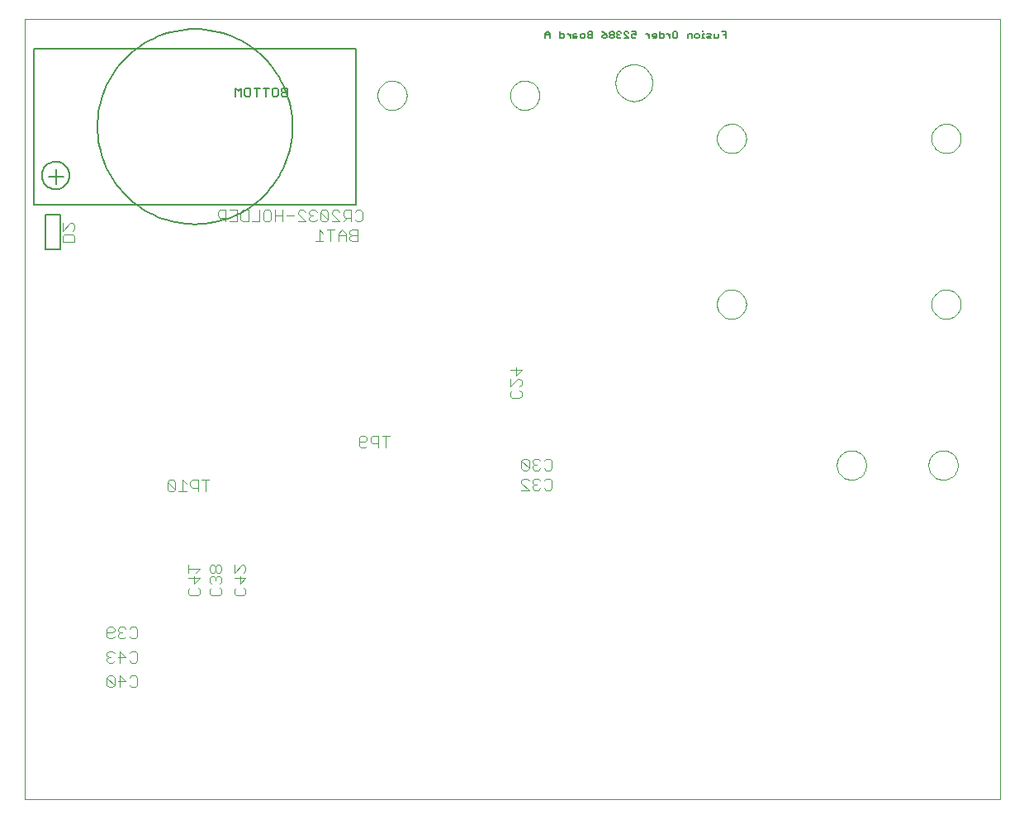
<source format=gbo>
G75*
G70*
%OFA0B0*%
%FSLAX24Y24*%
%IPPOS*%
%LPD*%
%AMOC8*
5,1,8,0,0,1.08239X$1,22.5*
%
%ADD10C,0.0000*%
%ADD11C,0.0050*%
%ADD12C,0.0080*%
%ADD13C,0.0040*%
D10*
X002964Y004456D02*
X002964Y035952D01*
X042334Y035952D01*
X042334Y004456D01*
X002964Y004456D01*
X030916Y024452D02*
X030918Y024500D01*
X030924Y024548D01*
X030934Y024595D01*
X030947Y024641D01*
X030965Y024686D01*
X030985Y024730D01*
X031010Y024772D01*
X031038Y024811D01*
X031068Y024848D01*
X031102Y024882D01*
X031139Y024914D01*
X031177Y024943D01*
X031218Y024968D01*
X031261Y024990D01*
X031306Y025008D01*
X031352Y025022D01*
X031399Y025033D01*
X031447Y025040D01*
X031495Y025043D01*
X031543Y025042D01*
X031591Y025037D01*
X031639Y025028D01*
X031685Y025016D01*
X031730Y024999D01*
X031774Y024979D01*
X031816Y024956D01*
X031856Y024929D01*
X031894Y024899D01*
X031929Y024866D01*
X031961Y024830D01*
X031991Y024792D01*
X032017Y024751D01*
X032039Y024708D01*
X032059Y024664D01*
X032074Y024619D01*
X032086Y024572D01*
X032094Y024524D01*
X032098Y024476D01*
X032098Y024428D01*
X032094Y024380D01*
X032086Y024332D01*
X032074Y024285D01*
X032059Y024240D01*
X032039Y024196D01*
X032017Y024153D01*
X031991Y024112D01*
X031961Y024074D01*
X031929Y024038D01*
X031894Y024005D01*
X031856Y023975D01*
X031816Y023948D01*
X031774Y023925D01*
X031730Y023905D01*
X031685Y023888D01*
X031639Y023876D01*
X031591Y023867D01*
X031543Y023862D01*
X031495Y023861D01*
X031447Y023864D01*
X031399Y023871D01*
X031352Y023882D01*
X031306Y023896D01*
X031261Y023914D01*
X031218Y023936D01*
X031177Y023961D01*
X031139Y023990D01*
X031102Y024022D01*
X031068Y024056D01*
X031038Y024093D01*
X031010Y024132D01*
X030985Y024174D01*
X030965Y024218D01*
X030947Y024263D01*
X030934Y024309D01*
X030924Y024356D01*
X030918Y024404D01*
X030916Y024452D01*
X030916Y031145D02*
X030918Y031193D01*
X030924Y031241D01*
X030934Y031288D01*
X030947Y031334D01*
X030965Y031379D01*
X030985Y031423D01*
X031010Y031465D01*
X031038Y031504D01*
X031068Y031541D01*
X031102Y031575D01*
X031139Y031607D01*
X031177Y031636D01*
X031218Y031661D01*
X031261Y031683D01*
X031306Y031701D01*
X031352Y031715D01*
X031399Y031726D01*
X031447Y031733D01*
X031495Y031736D01*
X031543Y031735D01*
X031591Y031730D01*
X031639Y031721D01*
X031685Y031709D01*
X031730Y031692D01*
X031774Y031672D01*
X031816Y031649D01*
X031856Y031622D01*
X031894Y031592D01*
X031929Y031559D01*
X031961Y031523D01*
X031991Y031485D01*
X032017Y031444D01*
X032039Y031401D01*
X032059Y031357D01*
X032074Y031312D01*
X032086Y031265D01*
X032094Y031217D01*
X032098Y031169D01*
X032098Y031121D01*
X032094Y031073D01*
X032086Y031025D01*
X032074Y030978D01*
X032059Y030933D01*
X032039Y030889D01*
X032017Y030846D01*
X031991Y030805D01*
X031961Y030767D01*
X031929Y030731D01*
X031894Y030698D01*
X031856Y030668D01*
X031816Y030641D01*
X031774Y030618D01*
X031730Y030598D01*
X031685Y030581D01*
X031639Y030569D01*
X031591Y030560D01*
X031543Y030555D01*
X031495Y030554D01*
X031447Y030557D01*
X031399Y030564D01*
X031352Y030575D01*
X031306Y030589D01*
X031261Y030607D01*
X031218Y030629D01*
X031177Y030654D01*
X031139Y030683D01*
X031102Y030715D01*
X031068Y030749D01*
X031038Y030786D01*
X031010Y030825D01*
X030985Y030867D01*
X030965Y030911D01*
X030947Y030956D01*
X030934Y031002D01*
X030924Y031049D01*
X030918Y031097D01*
X030916Y031145D01*
X026826Y033393D02*
X026828Y033447D01*
X026834Y033501D01*
X026844Y033555D01*
X026858Y033607D01*
X026875Y033659D01*
X026896Y033709D01*
X026921Y033757D01*
X026950Y033804D01*
X026981Y033848D01*
X027016Y033889D01*
X027054Y033929D01*
X027094Y033965D01*
X027137Y033998D01*
X027182Y034028D01*
X027230Y034055D01*
X027279Y034078D01*
X027330Y034097D01*
X027382Y034113D01*
X027435Y034125D01*
X027489Y034133D01*
X027543Y034137D01*
X027597Y034137D01*
X027651Y034133D01*
X027705Y034125D01*
X027758Y034113D01*
X027810Y034097D01*
X027861Y034078D01*
X027910Y034055D01*
X027958Y034028D01*
X028003Y033998D01*
X028046Y033965D01*
X028086Y033929D01*
X028124Y033889D01*
X028159Y033848D01*
X028190Y033804D01*
X028219Y033757D01*
X028244Y033709D01*
X028265Y033659D01*
X028282Y033607D01*
X028296Y033555D01*
X028306Y033501D01*
X028312Y033447D01*
X028314Y033393D01*
X028312Y033339D01*
X028306Y033285D01*
X028296Y033231D01*
X028282Y033179D01*
X028265Y033127D01*
X028244Y033077D01*
X028219Y033029D01*
X028190Y032982D01*
X028159Y032938D01*
X028124Y032897D01*
X028086Y032857D01*
X028046Y032821D01*
X028003Y032788D01*
X027958Y032758D01*
X027910Y032731D01*
X027861Y032708D01*
X027810Y032689D01*
X027758Y032673D01*
X027705Y032661D01*
X027651Y032653D01*
X027597Y032649D01*
X027543Y032649D01*
X027489Y032653D01*
X027435Y032661D01*
X027382Y032673D01*
X027330Y032689D01*
X027279Y032708D01*
X027230Y032731D01*
X027182Y032758D01*
X027137Y032788D01*
X027094Y032821D01*
X027054Y032857D01*
X027016Y032897D01*
X026981Y032938D01*
X026950Y032982D01*
X026921Y033029D01*
X026896Y033077D01*
X026875Y033127D01*
X026858Y033179D01*
X026844Y033231D01*
X026834Y033285D01*
X026828Y033339D01*
X026826Y033393D01*
X022569Y032885D02*
X022571Y032933D01*
X022577Y032981D01*
X022587Y033028D01*
X022600Y033074D01*
X022618Y033119D01*
X022638Y033163D01*
X022663Y033205D01*
X022691Y033244D01*
X022721Y033281D01*
X022755Y033315D01*
X022792Y033347D01*
X022830Y033376D01*
X022871Y033401D01*
X022914Y033423D01*
X022959Y033441D01*
X023005Y033455D01*
X023052Y033466D01*
X023100Y033473D01*
X023148Y033476D01*
X023196Y033475D01*
X023244Y033470D01*
X023292Y033461D01*
X023338Y033449D01*
X023383Y033432D01*
X023427Y033412D01*
X023469Y033389D01*
X023509Y033362D01*
X023547Y033332D01*
X023582Y033299D01*
X023614Y033263D01*
X023644Y033225D01*
X023670Y033184D01*
X023692Y033141D01*
X023712Y033097D01*
X023727Y033052D01*
X023739Y033005D01*
X023747Y032957D01*
X023751Y032909D01*
X023751Y032861D01*
X023747Y032813D01*
X023739Y032765D01*
X023727Y032718D01*
X023712Y032673D01*
X023692Y032629D01*
X023670Y032586D01*
X023644Y032545D01*
X023614Y032507D01*
X023582Y032471D01*
X023547Y032438D01*
X023509Y032408D01*
X023469Y032381D01*
X023427Y032358D01*
X023383Y032338D01*
X023338Y032321D01*
X023292Y032309D01*
X023244Y032300D01*
X023196Y032295D01*
X023148Y032294D01*
X023100Y032297D01*
X023052Y032304D01*
X023005Y032315D01*
X022959Y032329D01*
X022914Y032347D01*
X022871Y032369D01*
X022830Y032394D01*
X022792Y032423D01*
X022755Y032455D01*
X022721Y032489D01*
X022691Y032526D01*
X022663Y032565D01*
X022638Y032607D01*
X022618Y032651D01*
X022600Y032696D01*
X022587Y032742D01*
X022577Y032789D01*
X022571Y032837D01*
X022569Y032885D01*
X017215Y032885D02*
X017217Y032933D01*
X017223Y032981D01*
X017233Y033028D01*
X017246Y033074D01*
X017264Y033119D01*
X017284Y033163D01*
X017309Y033205D01*
X017337Y033244D01*
X017367Y033281D01*
X017401Y033315D01*
X017438Y033347D01*
X017476Y033376D01*
X017517Y033401D01*
X017560Y033423D01*
X017605Y033441D01*
X017651Y033455D01*
X017698Y033466D01*
X017746Y033473D01*
X017794Y033476D01*
X017842Y033475D01*
X017890Y033470D01*
X017938Y033461D01*
X017984Y033449D01*
X018029Y033432D01*
X018073Y033412D01*
X018115Y033389D01*
X018155Y033362D01*
X018193Y033332D01*
X018228Y033299D01*
X018260Y033263D01*
X018290Y033225D01*
X018316Y033184D01*
X018338Y033141D01*
X018358Y033097D01*
X018373Y033052D01*
X018385Y033005D01*
X018393Y032957D01*
X018397Y032909D01*
X018397Y032861D01*
X018393Y032813D01*
X018385Y032765D01*
X018373Y032718D01*
X018358Y032673D01*
X018338Y032629D01*
X018316Y032586D01*
X018290Y032545D01*
X018260Y032507D01*
X018228Y032471D01*
X018193Y032438D01*
X018155Y032408D01*
X018115Y032381D01*
X018073Y032358D01*
X018029Y032338D01*
X017984Y032321D01*
X017938Y032309D01*
X017890Y032300D01*
X017842Y032295D01*
X017794Y032294D01*
X017746Y032297D01*
X017698Y032304D01*
X017651Y032315D01*
X017605Y032329D01*
X017560Y032347D01*
X017517Y032369D01*
X017476Y032394D01*
X017438Y032423D01*
X017401Y032455D01*
X017367Y032489D01*
X017337Y032526D01*
X017309Y032565D01*
X017284Y032607D01*
X017264Y032651D01*
X017246Y032696D01*
X017233Y032742D01*
X017223Y032789D01*
X017217Y032837D01*
X017215Y032885D01*
X035758Y017956D02*
X035760Y018004D01*
X035766Y018052D01*
X035776Y018099D01*
X035789Y018145D01*
X035807Y018190D01*
X035827Y018234D01*
X035852Y018276D01*
X035880Y018315D01*
X035910Y018352D01*
X035944Y018386D01*
X035981Y018418D01*
X036019Y018447D01*
X036060Y018472D01*
X036103Y018494D01*
X036148Y018512D01*
X036194Y018526D01*
X036241Y018537D01*
X036289Y018544D01*
X036337Y018547D01*
X036385Y018546D01*
X036433Y018541D01*
X036481Y018532D01*
X036527Y018520D01*
X036572Y018503D01*
X036616Y018483D01*
X036658Y018460D01*
X036698Y018433D01*
X036736Y018403D01*
X036771Y018370D01*
X036803Y018334D01*
X036833Y018296D01*
X036859Y018255D01*
X036881Y018212D01*
X036901Y018168D01*
X036916Y018123D01*
X036928Y018076D01*
X036936Y018028D01*
X036940Y017980D01*
X036940Y017932D01*
X036936Y017884D01*
X036928Y017836D01*
X036916Y017789D01*
X036901Y017744D01*
X036881Y017700D01*
X036859Y017657D01*
X036833Y017616D01*
X036803Y017578D01*
X036771Y017542D01*
X036736Y017509D01*
X036698Y017479D01*
X036658Y017452D01*
X036616Y017429D01*
X036572Y017409D01*
X036527Y017392D01*
X036481Y017380D01*
X036433Y017371D01*
X036385Y017366D01*
X036337Y017365D01*
X036289Y017368D01*
X036241Y017375D01*
X036194Y017386D01*
X036148Y017400D01*
X036103Y017418D01*
X036060Y017440D01*
X036019Y017465D01*
X035981Y017494D01*
X035944Y017526D01*
X035910Y017560D01*
X035880Y017597D01*
X035852Y017636D01*
X035827Y017678D01*
X035807Y017722D01*
X035789Y017767D01*
X035776Y017813D01*
X035766Y017860D01*
X035760Y017908D01*
X035758Y017956D01*
X039459Y017956D02*
X039461Y018004D01*
X039467Y018052D01*
X039477Y018099D01*
X039490Y018145D01*
X039508Y018190D01*
X039528Y018234D01*
X039553Y018276D01*
X039581Y018315D01*
X039611Y018352D01*
X039645Y018386D01*
X039682Y018418D01*
X039720Y018447D01*
X039761Y018472D01*
X039804Y018494D01*
X039849Y018512D01*
X039895Y018526D01*
X039942Y018537D01*
X039990Y018544D01*
X040038Y018547D01*
X040086Y018546D01*
X040134Y018541D01*
X040182Y018532D01*
X040228Y018520D01*
X040273Y018503D01*
X040317Y018483D01*
X040359Y018460D01*
X040399Y018433D01*
X040437Y018403D01*
X040472Y018370D01*
X040504Y018334D01*
X040534Y018296D01*
X040560Y018255D01*
X040582Y018212D01*
X040602Y018168D01*
X040617Y018123D01*
X040629Y018076D01*
X040637Y018028D01*
X040641Y017980D01*
X040641Y017932D01*
X040637Y017884D01*
X040629Y017836D01*
X040617Y017789D01*
X040602Y017744D01*
X040582Y017700D01*
X040560Y017657D01*
X040534Y017616D01*
X040504Y017578D01*
X040472Y017542D01*
X040437Y017509D01*
X040399Y017479D01*
X040359Y017452D01*
X040317Y017429D01*
X040273Y017409D01*
X040228Y017392D01*
X040182Y017380D01*
X040134Y017371D01*
X040086Y017366D01*
X040038Y017365D01*
X039990Y017368D01*
X039942Y017375D01*
X039895Y017386D01*
X039849Y017400D01*
X039804Y017418D01*
X039761Y017440D01*
X039720Y017465D01*
X039682Y017494D01*
X039645Y017526D01*
X039611Y017560D01*
X039581Y017597D01*
X039553Y017636D01*
X039528Y017678D01*
X039508Y017722D01*
X039490Y017767D01*
X039477Y017813D01*
X039467Y017860D01*
X039461Y017908D01*
X039459Y017956D01*
X039577Y024452D02*
X039579Y024500D01*
X039585Y024548D01*
X039595Y024595D01*
X039608Y024641D01*
X039626Y024686D01*
X039646Y024730D01*
X039671Y024772D01*
X039699Y024811D01*
X039729Y024848D01*
X039763Y024882D01*
X039800Y024914D01*
X039838Y024943D01*
X039879Y024968D01*
X039922Y024990D01*
X039967Y025008D01*
X040013Y025022D01*
X040060Y025033D01*
X040108Y025040D01*
X040156Y025043D01*
X040204Y025042D01*
X040252Y025037D01*
X040300Y025028D01*
X040346Y025016D01*
X040391Y024999D01*
X040435Y024979D01*
X040477Y024956D01*
X040517Y024929D01*
X040555Y024899D01*
X040590Y024866D01*
X040622Y024830D01*
X040652Y024792D01*
X040678Y024751D01*
X040700Y024708D01*
X040720Y024664D01*
X040735Y024619D01*
X040747Y024572D01*
X040755Y024524D01*
X040759Y024476D01*
X040759Y024428D01*
X040755Y024380D01*
X040747Y024332D01*
X040735Y024285D01*
X040720Y024240D01*
X040700Y024196D01*
X040678Y024153D01*
X040652Y024112D01*
X040622Y024074D01*
X040590Y024038D01*
X040555Y024005D01*
X040517Y023975D01*
X040477Y023948D01*
X040435Y023925D01*
X040391Y023905D01*
X040346Y023888D01*
X040300Y023876D01*
X040252Y023867D01*
X040204Y023862D01*
X040156Y023861D01*
X040108Y023864D01*
X040060Y023871D01*
X040013Y023882D01*
X039967Y023896D01*
X039922Y023914D01*
X039879Y023936D01*
X039838Y023961D01*
X039800Y023990D01*
X039763Y024022D01*
X039729Y024056D01*
X039699Y024093D01*
X039671Y024132D01*
X039646Y024174D01*
X039626Y024218D01*
X039608Y024263D01*
X039595Y024309D01*
X039585Y024356D01*
X039579Y024404D01*
X039577Y024452D01*
X039577Y031145D02*
X039579Y031193D01*
X039585Y031241D01*
X039595Y031288D01*
X039608Y031334D01*
X039626Y031379D01*
X039646Y031423D01*
X039671Y031465D01*
X039699Y031504D01*
X039729Y031541D01*
X039763Y031575D01*
X039800Y031607D01*
X039838Y031636D01*
X039879Y031661D01*
X039922Y031683D01*
X039967Y031701D01*
X040013Y031715D01*
X040060Y031726D01*
X040108Y031733D01*
X040156Y031736D01*
X040204Y031735D01*
X040252Y031730D01*
X040300Y031721D01*
X040346Y031709D01*
X040391Y031692D01*
X040435Y031672D01*
X040477Y031649D01*
X040517Y031622D01*
X040555Y031592D01*
X040590Y031559D01*
X040622Y031523D01*
X040652Y031485D01*
X040678Y031444D01*
X040700Y031401D01*
X040720Y031357D01*
X040735Y031312D01*
X040747Y031265D01*
X040755Y031217D01*
X040759Y031169D01*
X040759Y031121D01*
X040755Y031073D01*
X040747Y031025D01*
X040735Y030978D01*
X040720Y030933D01*
X040700Y030889D01*
X040678Y030846D01*
X040652Y030805D01*
X040622Y030767D01*
X040590Y030731D01*
X040555Y030698D01*
X040517Y030668D01*
X040477Y030641D01*
X040435Y030618D01*
X040391Y030598D01*
X040346Y030581D01*
X040300Y030569D01*
X040252Y030560D01*
X040204Y030555D01*
X040156Y030554D01*
X040108Y030557D01*
X040060Y030564D01*
X040013Y030575D01*
X039967Y030589D01*
X039922Y030607D01*
X039879Y030629D01*
X039838Y030654D01*
X039800Y030683D01*
X039763Y030715D01*
X039729Y030749D01*
X039699Y030786D01*
X039671Y030825D01*
X039646Y030867D01*
X039626Y030911D01*
X039608Y030956D01*
X039595Y031002D01*
X039585Y031049D01*
X039579Y031097D01*
X039577Y031145D01*
D11*
X031285Y035190D02*
X031285Y035460D01*
X031105Y035460D01*
X030990Y035370D02*
X030990Y035235D01*
X030945Y035190D01*
X030810Y035190D01*
X030810Y035370D01*
X030696Y035325D02*
X030651Y035370D01*
X030516Y035370D01*
X030561Y035280D02*
X030651Y035280D01*
X030696Y035325D01*
X030696Y035190D02*
X030561Y035190D01*
X030516Y035235D01*
X030561Y035280D01*
X030401Y035190D02*
X030311Y035190D01*
X030356Y035190D02*
X030356Y035370D01*
X030401Y035370D01*
X030356Y035460D02*
X030356Y035505D01*
X030205Y035325D02*
X030205Y035235D01*
X030160Y035190D01*
X030070Y035190D01*
X030024Y035235D01*
X030024Y035325D01*
X030070Y035370D01*
X030160Y035370D01*
X030205Y035325D01*
X029910Y035370D02*
X029775Y035370D01*
X029730Y035325D01*
X029730Y035190D01*
X029910Y035190D02*
X029910Y035370D01*
X029321Y035415D02*
X029321Y035235D01*
X029276Y035190D01*
X029186Y035190D01*
X029141Y035235D01*
X029141Y035415D01*
X029186Y035460D01*
X029276Y035460D01*
X029321Y035415D01*
X029026Y035370D02*
X029026Y035190D01*
X029026Y035280D02*
X028936Y035370D01*
X028891Y035370D01*
X028780Y035325D02*
X028735Y035370D01*
X028600Y035370D01*
X028600Y035460D02*
X028600Y035190D01*
X028735Y035190D01*
X028780Y035235D01*
X028780Y035325D01*
X028486Y035325D02*
X028441Y035370D01*
X028351Y035370D01*
X028306Y035325D01*
X028306Y035280D01*
X028486Y035280D01*
X028486Y035235D02*
X028486Y035325D01*
X028486Y035235D02*
X028441Y035190D01*
X028351Y035190D01*
X028191Y035190D02*
X028191Y035370D01*
X028191Y035280D02*
X028101Y035370D01*
X028056Y035370D01*
X027651Y035325D02*
X027561Y035370D01*
X027516Y035370D01*
X027471Y035325D01*
X027471Y035235D01*
X027516Y035190D01*
X027606Y035190D01*
X027651Y035235D01*
X027651Y035325D02*
X027651Y035460D01*
X027471Y035460D01*
X027356Y035415D02*
X027311Y035460D01*
X027221Y035460D01*
X027176Y035415D01*
X027176Y035370D01*
X027356Y035190D01*
X027176Y035190D01*
X027062Y035235D02*
X027017Y035190D01*
X026927Y035190D01*
X026882Y035235D01*
X026882Y035280D01*
X026927Y035325D01*
X026972Y035325D01*
X026927Y035325D02*
X026882Y035370D01*
X026882Y035415D01*
X026927Y035460D01*
X027017Y035460D01*
X027062Y035415D01*
X026767Y035415D02*
X026767Y035370D01*
X026722Y035325D01*
X026632Y035325D01*
X026587Y035280D01*
X026587Y035235D01*
X026632Y035190D01*
X026722Y035190D01*
X026767Y035235D01*
X026767Y035280D01*
X026722Y035325D01*
X026632Y035325D02*
X026587Y035370D01*
X026587Y035415D01*
X026632Y035460D01*
X026722Y035460D01*
X026767Y035415D01*
X026472Y035325D02*
X026337Y035325D01*
X026292Y035280D01*
X026292Y035235D01*
X026337Y035190D01*
X026427Y035190D01*
X026472Y035235D01*
X026472Y035325D01*
X026382Y035415D01*
X026292Y035460D01*
X025883Y035460D02*
X025883Y035190D01*
X025748Y035190D01*
X025703Y035235D01*
X025703Y035280D01*
X025748Y035325D01*
X025883Y035325D01*
X025748Y035325D02*
X025703Y035370D01*
X025703Y035415D01*
X025748Y035460D01*
X025883Y035460D01*
X025588Y035325D02*
X025588Y035235D01*
X025543Y035190D01*
X025453Y035190D01*
X025408Y035235D01*
X025408Y035325D01*
X025453Y035370D01*
X025543Y035370D01*
X025588Y035325D01*
X025294Y035235D02*
X025249Y035190D01*
X025114Y035190D01*
X025114Y035325D01*
X025159Y035370D01*
X025249Y035370D01*
X025249Y035280D02*
X025114Y035280D01*
X024999Y035280D02*
X024909Y035370D01*
X024864Y035370D01*
X024754Y035325D02*
X024709Y035370D01*
X024573Y035370D01*
X024573Y035460D02*
X024573Y035190D01*
X024709Y035190D01*
X024754Y035235D01*
X024754Y035325D01*
X024999Y035370D02*
X024999Y035190D01*
X025249Y035280D02*
X025294Y035235D01*
X024164Y035190D02*
X024164Y035370D01*
X024074Y035460D01*
X023984Y035370D01*
X023984Y035190D01*
X023984Y035325D02*
X024164Y035325D01*
X031195Y035325D02*
X031285Y035325D01*
X016349Y034771D02*
X016349Y028472D01*
X003357Y028472D01*
X003357Y034771D01*
X016349Y034771D01*
X013569Y033178D02*
X013569Y032828D01*
X013393Y032828D01*
X013335Y032886D01*
X013335Y032945D01*
X013393Y033003D01*
X013569Y033003D01*
X013569Y033178D02*
X013393Y033178D01*
X013335Y033120D01*
X013335Y033061D01*
X013393Y033003D01*
X013200Y033120D02*
X013200Y032886D01*
X013142Y032828D01*
X013025Y032828D01*
X012967Y032886D01*
X012967Y033120D01*
X013025Y033178D01*
X013142Y033178D01*
X013200Y033120D01*
X012832Y033178D02*
X012598Y033178D01*
X012715Y033178D02*
X012715Y032828D01*
X012347Y032828D02*
X012347Y033178D01*
X012464Y033178D02*
X012230Y033178D01*
X012095Y033120D02*
X012095Y032886D01*
X012037Y032828D01*
X011920Y032828D01*
X011862Y032886D01*
X011862Y033120D01*
X011920Y033178D01*
X012037Y033178D01*
X012095Y033120D01*
X011727Y033178D02*
X011610Y033061D01*
X011493Y033178D01*
X011493Y032828D01*
X011727Y032828D02*
X011727Y033178D01*
X005916Y031622D02*
X005921Y031815D01*
X005935Y032008D01*
X005959Y032200D01*
X005992Y032390D01*
X006034Y032579D01*
X006086Y032765D01*
X006146Y032948D01*
X006216Y033129D01*
X006294Y033305D01*
X006381Y033478D01*
X006476Y033646D01*
X006580Y033809D01*
X006691Y033967D01*
X006810Y034120D01*
X006936Y034266D01*
X007069Y034406D01*
X007209Y034539D01*
X007355Y034665D01*
X007508Y034784D01*
X007666Y034895D01*
X007829Y034999D01*
X007997Y035094D01*
X008170Y035181D01*
X008346Y035259D01*
X008527Y035329D01*
X008710Y035389D01*
X008896Y035441D01*
X009085Y035483D01*
X009275Y035516D01*
X009467Y035540D01*
X009660Y035554D01*
X009853Y035559D01*
X010046Y035554D01*
X010239Y035540D01*
X010431Y035516D01*
X010621Y035483D01*
X010810Y035441D01*
X010996Y035389D01*
X011179Y035329D01*
X011360Y035259D01*
X011536Y035181D01*
X011709Y035094D01*
X011877Y034999D01*
X012040Y034895D01*
X012198Y034784D01*
X012351Y034665D01*
X012497Y034539D01*
X012637Y034406D01*
X012770Y034266D01*
X012896Y034120D01*
X013015Y033967D01*
X013126Y033809D01*
X013230Y033646D01*
X013325Y033478D01*
X013412Y033305D01*
X013490Y033129D01*
X013560Y032948D01*
X013620Y032765D01*
X013672Y032579D01*
X013714Y032390D01*
X013747Y032200D01*
X013771Y032008D01*
X013785Y031815D01*
X013790Y031622D01*
X013785Y031429D01*
X013771Y031236D01*
X013747Y031044D01*
X013714Y030854D01*
X013672Y030665D01*
X013620Y030479D01*
X013560Y030296D01*
X013490Y030115D01*
X013412Y029939D01*
X013325Y029766D01*
X013230Y029598D01*
X013126Y029435D01*
X013015Y029277D01*
X012896Y029124D01*
X012770Y028978D01*
X012637Y028838D01*
X012497Y028705D01*
X012351Y028579D01*
X012198Y028460D01*
X012040Y028349D01*
X011877Y028245D01*
X011709Y028150D01*
X011536Y028063D01*
X011360Y027985D01*
X011179Y027915D01*
X010996Y027855D01*
X010810Y027803D01*
X010621Y027761D01*
X010431Y027728D01*
X010239Y027704D01*
X010046Y027690D01*
X009853Y027685D01*
X009660Y027690D01*
X009467Y027704D01*
X009275Y027728D01*
X009085Y027761D01*
X008896Y027803D01*
X008710Y027855D01*
X008527Y027915D01*
X008346Y027985D01*
X008170Y028063D01*
X007997Y028150D01*
X007829Y028245D01*
X007666Y028349D01*
X007508Y028460D01*
X007355Y028579D01*
X007209Y028705D01*
X007069Y028838D01*
X006936Y028978D01*
X006810Y029124D01*
X006691Y029277D01*
X006580Y029435D01*
X006476Y029598D01*
X006381Y029766D01*
X006294Y029939D01*
X006216Y030115D01*
X006146Y030296D01*
X006086Y030479D01*
X006034Y030665D01*
X005992Y030854D01*
X005959Y031044D01*
X005935Y031236D01*
X005921Y031429D01*
X005916Y031622D01*
X003666Y029653D02*
X003668Y029700D01*
X003674Y029746D01*
X003683Y029792D01*
X003697Y029836D01*
X003714Y029880D01*
X003735Y029921D01*
X003759Y029961D01*
X003786Y029999D01*
X003817Y030034D01*
X003850Y030067D01*
X003886Y030097D01*
X003925Y030123D01*
X003965Y030147D01*
X004007Y030166D01*
X004051Y030183D01*
X004096Y030195D01*
X004142Y030204D01*
X004188Y030209D01*
X004235Y030210D01*
X004281Y030207D01*
X004327Y030200D01*
X004373Y030189D01*
X004417Y030175D01*
X004460Y030157D01*
X004501Y030135D01*
X004541Y030110D01*
X004578Y030082D01*
X004613Y030051D01*
X004645Y030017D01*
X004674Y029980D01*
X004699Y029942D01*
X004722Y029901D01*
X004741Y029858D01*
X004756Y029814D01*
X004768Y029769D01*
X004776Y029723D01*
X004780Y029676D01*
X004780Y029630D01*
X004776Y029583D01*
X004768Y029537D01*
X004756Y029492D01*
X004741Y029448D01*
X004722Y029405D01*
X004699Y029364D01*
X004674Y029326D01*
X004645Y029289D01*
X004613Y029255D01*
X004578Y029224D01*
X004541Y029196D01*
X004502Y029171D01*
X004460Y029149D01*
X004417Y029131D01*
X004373Y029117D01*
X004327Y029106D01*
X004281Y029099D01*
X004235Y029096D01*
X004188Y029097D01*
X004142Y029102D01*
X004096Y029111D01*
X004051Y029123D01*
X004007Y029140D01*
X003965Y029159D01*
X003925Y029183D01*
X003886Y029209D01*
X003850Y029239D01*
X003817Y029272D01*
X003786Y029307D01*
X003759Y029345D01*
X003735Y029385D01*
X003714Y029426D01*
X003697Y029470D01*
X003683Y029514D01*
X003674Y029560D01*
X003668Y029606D01*
X003666Y029653D01*
X003805Y028070D02*
X003805Y026670D01*
X004405Y026670D01*
X004405Y028070D01*
X003805Y028070D01*
D12*
X004251Y029299D02*
X004251Y029913D01*
X004558Y029606D02*
X003944Y029606D01*
D13*
X004519Y027724D02*
X004519Y027417D01*
X004826Y027724D01*
X004903Y027724D01*
X004979Y027647D01*
X004979Y027494D01*
X004903Y027417D01*
X004903Y027264D02*
X004596Y027264D01*
X004519Y027187D01*
X004519Y026957D01*
X004979Y026957D01*
X004979Y027187D01*
X004903Y027264D01*
X010774Y027795D02*
X010928Y027949D01*
X010851Y027949D02*
X011081Y027949D01*
X011081Y027795D02*
X011081Y028256D01*
X010851Y028256D01*
X010774Y028179D01*
X010774Y028025D01*
X010851Y027949D01*
X011235Y027795D02*
X011542Y027795D01*
X011542Y028256D01*
X011235Y028256D01*
X011388Y028025D02*
X011542Y028025D01*
X011695Y027872D02*
X011695Y028179D01*
X011772Y028256D01*
X012002Y028256D01*
X012002Y027795D01*
X011772Y027795D01*
X011695Y027872D01*
X012155Y027795D02*
X012462Y027795D01*
X012462Y028256D01*
X012616Y028179D02*
X012616Y027872D01*
X012693Y027795D01*
X012846Y027795D01*
X012923Y027872D01*
X012923Y028179D01*
X012846Y028256D01*
X012693Y028256D01*
X012616Y028179D01*
X013076Y028256D02*
X013076Y027795D01*
X013076Y028025D02*
X013383Y028025D01*
X013537Y028025D02*
X013844Y028025D01*
X013997Y028102D02*
X013997Y028179D01*
X014074Y028256D01*
X014227Y028256D01*
X014304Y028179D01*
X014457Y028179D02*
X014457Y028102D01*
X014534Y028025D01*
X014457Y027949D01*
X014457Y027872D01*
X014534Y027795D01*
X014688Y027795D01*
X014764Y027872D01*
X014918Y027872D02*
X014994Y027795D01*
X015148Y027795D01*
X015225Y027872D01*
X014918Y028179D01*
X014918Y027872D01*
X015225Y027872D02*
X015225Y028179D01*
X015148Y028256D01*
X014994Y028256D01*
X014918Y028179D01*
X014764Y028179D02*
X014688Y028256D01*
X014534Y028256D01*
X014457Y028179D01*
X014534Y028025D02*
X014611Y028025D01*
X014304Y027795D02*
X013997Y028102D01*
X013997Y027795D02*
X014304Y027795D01*
X014865Y027468D02*
X014865Y027008D01*
X015018Y027008D02*
X014711Y027008D01*
X015018Y027315D02*
X014865Y027468D01*
X015172Y027468D02*
X015479Y027468D01*
X015325Y027468D02*
X015325Y027008D01*
X015632Y027008D02*
X015632Y027315D01*
X015785Y027468D01*
X015939Y027315D01*
X015939Y027008D01*
X016092Y027085D02*
X016169Y027008D01*
X016399Y027008D01*
X016399Y027468D01*
X016169Y027468D01*
X016092Y027391D01*
X016092Y027315D01*
X016169Y027238D01*
X016399Y027238D01*
X016169Y027238D02*
X016092Y027161D01*
X016092Y027085D01*
X015939Y027238D02*
X015632Y027238D01*
X015685Y027795D02*
X015378Y028102D01*
X015378Y028179D01*
X015455Y028256D01*
X015608Y028256D01*
X015685Y028179D01*
X015839Y028179D02*
X015839Y028025D01*
X015915Y027949D01*
X016145Y027949D01*
X015992Y027949D02*
X015839Y027795D01*
X015685Y027795D02*
X015378Y027795D01*
X015839Y028179D02*
X015915Y028256D01*
X016145Y028256D01*
X016145Y027795D01*
X016299Y027872D02*
X016376Y027795D01*
X016529Y027795D01*
X016606Y027872D01*
X016606Y028179D01*
X016529Y028256D01*
X016376Y028256D01*
X016299Y028179D01*
X013383Y028256D02*
X013383Y027795D01*
X022575Y021813D02*
X023035Y021813D01*
X022805Y021583D01*
X022805Y021889D01*
X022882Y021429D02*
X022959Y021429D01*
X023035Y021352D01*
X023035Y021199D01*
X022959Y021122D01*
X022959Y020969D02*
X023035Y020892D01*
X023035Y020738D01*
X022959Y020662D01*
X022652Y020662D01*
X022575Y020738D01*
X022575Y020892D01*
X022652Y020969D01*
X022575Y021122D02*
X022882Y021429D01*
X022575Y021429D02*
X022575Y021122D01*
X023099Y018211D02*
X023023Y018135D01*
X023330Y017828D01*
X023253Y017751D01*
X023099Y017751D01*
X023023Y017828D01*
X023023Y018135D01*
X023099Y018211D02*
X023253Y018211D01*
X023330Y018135D01*
X023330Y017828D01*
X023483Y017828D02*
X023560Y017751D01*
X023713Y017751D01*
X023790Y017828D01*
X023943Y017828D02*
X024020Y017751D01*
X024174Y017751D01*
X024250Y017828D01*
X024250Y018135D01*
X024174Y018211D01*
X024020Y018211D01*
X023943Y018135D01*
X023790Y018135D02*
X023713Y018211D01*
X023560Y018211D01*
X023483Y018135D01*
X023483Y018058D01*
X023560Y017981D01*
X023483Y017905D01*
X023483Y017828D01*
X023560Y017981D02*
X023636Y017981D01*
X023560Y017404D02*
X023483Y017328D01*
X023483Y017251D01*
X023560Y017174D01*
X023483Y017097D01*
X023483Y017021D01*
X023560Y016944D01*
X023713Y016944D01*
X023790Y017021D01*
X023943Y017021D02*
X024020Y016944D01*
X024174Y016944D01*
X024250Y017021D01*
X024250Y017328D01*
X024174Y017404D01*
X024020Y017404D01*
X023943Y017328D01*
X023790Y017328D02*
X023713Y017404D01*
X023560Y017404D01*
X023560Y017174D02*
X023636Y017174D01*
X023330Y017328D02*
X023253Y017404D01*
X023099Y017404D01*
X023023Y017328D01*
X023023Y017251D01*
X023330Y016944D01*
X023023Y016944D01*
X017554Y018669D02*
X017554Y019130D01*
X017707Y019130D02*
X017400Y019130D01*
X017247Y019130D02*
X017017Y019130D01*
X016940Y019053D01*
X016940Y018899D01*
X017017Y018823D01*
X017247Y018823D01*
X017247Y018669D02*
X017247Y019130D01*
X016787Y019053D02*
X016787Y018976D01*
X016710Y018899D01*
X016480Y018899D01*
X016480Y018746D02*
X016480Y019053D01*
X016556Y019130D01*
X016710Y019130D01*
X016787Y019053D01*
X016787Y018746D02*
X016710Y018669D01*
X016556Y018669D01*
X016480Y018746D01*
X011819Y013925D02*
X011896Y013848D01*
X011896Y013695D01*
X011819Y013618D01*
X011666Y013464D02*
X011666Y013157D01*
X011896Y013388D01*
X011436Y013388D01*
X011436Y013618D02*
X011742Y013925D01*
X011819Y013925D01*
X011436Y013925D02*
X011436Y013618D01*
X010912Y013695D02*
X010912Y013848D01*
X010835Y013925D01*
X010758Y013925D01*
X010681Y013848D01*
X010681Y013695D01*
X010758Y013618D01*
X010835Y013618D01*
X010912Y013695D01*
X010681Y013695D02*
X010605Y013618D01*
X010528Y013618D01*
X010451Y013695D01*
X010451Y013848D01*
X010528Y013925D01*
X010605Y013925D01*
X010681Y013848D01*
X010605Y013464D02*
X010528Y013464D01*
X010451Y013388D01*
X010451Y013234D01*
X010528Y013157D01*
X010528Y013004D02*
X010451Y012927D01*
X010451Y012774D01*
X010528Y012697D01*
X010835Y012697D01*
X010912Y012774D01*
X010912Y012927D01*
X010835Y013004D01*
X010835Y013157D02*
X010912Y013234D01*
X010912Y013388D01*
X010835Y013464D01*
X010758Y013464D01*
X010681Y013388D01*
X010605Y013464D01*
X010681Y013388D02*
X010681Y013311D01*
X010046Y013388D02*
X009815Y013157D01*
X009815Y013464D01*
X009892Y013618D02*
X010046Y013771D01*
X009585Y013771D01*
X009585Y013618D02*
X009585Y013925D01*
X009585Y013388D02*
X010046Y013388D01*
X009969Y013004D02*
X010046Y012927D01*
X010046Y012774D01*
X009969Y012697D01*
X009662Y012697D01*
X009585Y012774D01*
X009585Y012927D01*
X009662Y013004D01*
X011436Y012927D02*
X011512Y013004D01*
X011436Y012927D02*
X011436Y012774D01*
X011512Y012697D01*
X011819Y012697D01*
X011896Y012774D01*
X011896Y012927D01*
X011819Y013004D01*
X007518Y011343D02*
X007518Y011036D01*
X007441Y010960D01*
X007288Y010960D01*
X007211Y011036D01*
X007058Y011036D02*
X006981Y010960D01*
X006827Y010960D01*
X006751Y011036D01*
X006751Y011113D01*
X006827Y011190D01*
X006904Y011190D01*
X006827Y011190D02*
X006751Y011267D01*
X006751Y011343D01*
X006827Y011420D01*
X006981Y011420D01*
X007058Y011343D01*
X007211Y011343D02*
X007288Y011420D01*
X007441Y011420D01*
X007518Y011343D01*
X006597Y011343D02*
X006597Y011267D01*
X006521Y011190D01*
X006290Y011190D01*
X006290Y011343D02*
X006290Y011036D01*
X006367Y010960D01*
X006521Y010960D01*
X006597Y011036D01*
X006597Y011343D02*
X006521Y011420D01*
X006367Y011420D01*
X006290Y011343D01*
X006367Y010436D02*
X006290Y010359D01*
X006290Y010282D01*
X006367Y010206D01*
X006290Y010129D01*
X006290Y010052D01*
X006367Y009976D01*
X006521Y009976D01*
X006597Y010052D01*
X006444Y010206D02*
X006367Y010206D01*
X006367Y010436D02*
X006521Y010436D01*
X006597Y010359D01*
X006751Y010206D02*
X007058Y010206D01*
X006827Y010436D01*
X006827Y009976D01*
X007211Y010052D02*
X007288Y009976D01*
X007441Y009976D01*
X007518Y010052D01*
X007518Y010359D01*
X007441Y010436D01*
X007288Y010436D01*
X007211Y010359D01*
X007288Y009452D02*
X007441Y009452D01*
X007518Y009375D01*
X007518Y009068D01*
X007441Y008991D01*
X007288Y008991D01*
X007211Y009068D01*
X007058Y009221D02*
X006751Y009221D01*
X006597Y009068D02*
X006290Y009375D01*
X006290Y009068D01*
X006367Y008991D01*
X006521Y008991D01*
X006597Y009068D01*
X006597Y009375D01*
X006521Y009452D01*
X006367Y009452D01*
X006290Y009375D01*
X006827Y009452D02*
X007058Y009221D01*
X007211Y009375D02*
X007288Y009452D01*
X006827Y009452D02*
X006827Y008991D01*
X008813Y016898D02*
X008966Y016898D01*
X009043Y016974D01*
X008736Y017281D01*
X008736Y016974D01*
X008813Y016898D01*
X009043Y016974D02*
X009043Y017281D01*
X008966Y017358D01*
X008813Y017358D01*
X008736Y017281D01*
X009196Y016898D02*
X009503Y016898D01*
X009350Y016898D02*
X009350Y017358D01*
X009503Y017204D01*
X009657Y017128D02*
X009657Y017281D01*
X009733Y017358D01*
X009964Y017358D01*
X009964Y016898D01*
X009964Y017051D02*
X009733Y017051D01*
X009657Y017128D01*
X010117Y017358D02*
X010424Y017358D01*
X010270Y017358D02*
X010270Y016898D01*
M02*

</source>
